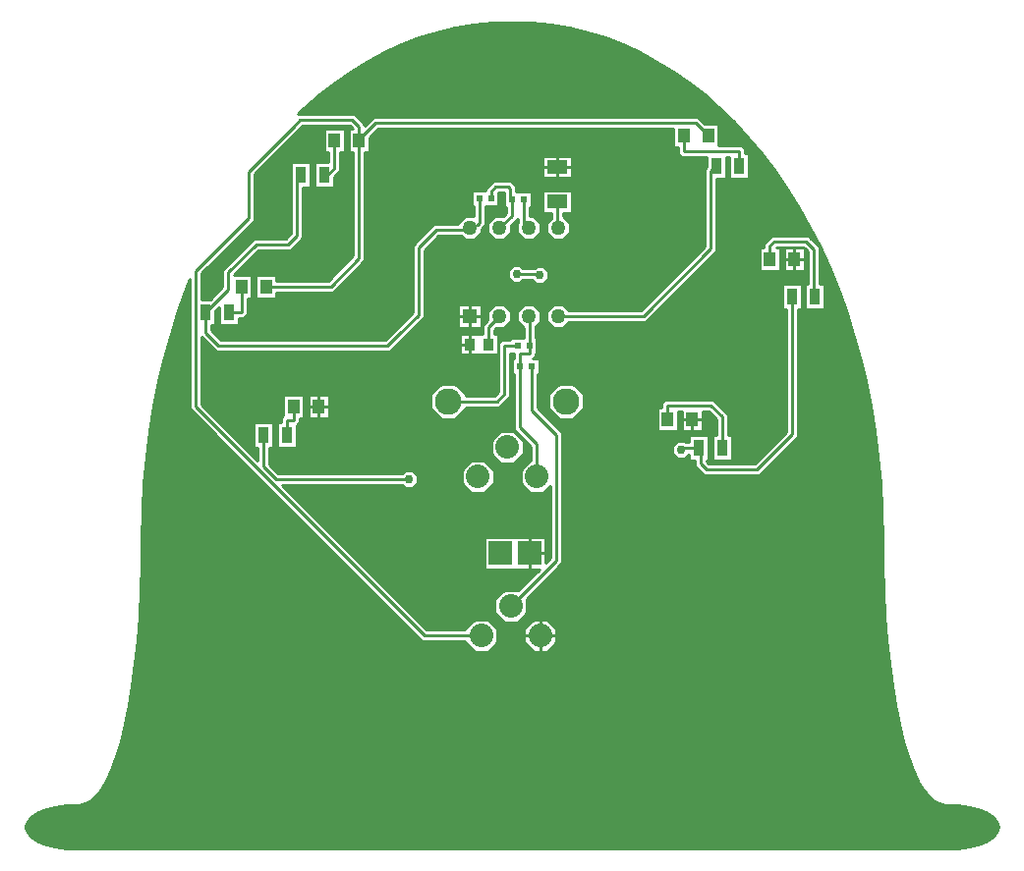
<source format=gbr>
G04 PROTEUS RS274X GERBER FILE*
%FSLAX45Y45*%
%MOMM*%
G01*
%ADD10C,0.254000*%
%ADD11C,0.762000*%
%ADD12C,2.032000*%
%ADD13R,1.270000X1.270000*%
%ADD14C,1.270000*%
%ADD15R,0.558800X0.609600*%
%ADD16R,0.939800X1.447800*%
%ADD17R,1.016000X1.270000*%
%ADD18R,2.032000X2.032000*%
%ADD19C,2.286000*%
%ADD70R,0.939800X0.990600*%
%ADD71R,1.803400X1.143000*%
%TD.AperFunction*%
G36*
X+166184Y-66592D02*
X+329572Y-83168D01*
X+490388Y-110507D01*
X+648362Y-148351D01*
X+803343Y-196462D01*
X+955177Y-254609D01*
X+1103683Y-322552D01*
X+1248704Y-400066D01*
X+1390050Y-486913D01*
X+1527562Y-582875D01*
X+1661018Y-687691D01*
X+1790283Y-801169D01*
X+1915088Y-923002D01*
X+2035306Y-1053009D01*
X+2150718Y-1190923D01*
X+2261124Y-1336491D01*
X+2366326Y-1489463D01*
X+2466145Y-1649608D01*
X+2560369Y-1816647D01*
X+2648807Y-1990334D01*
X+2731273Y-2170429D01*
X+2807558Y-2356639D01*
X+2877493Y-2548770D01*
X+2940861Y-2746494D01*
X+2997485Y-2949594D01*
X+3047176Y-3157818D01*
X+3089737Y-3370889D01*
X+3124983Y-3588557D01*
X+3152723Y-3810553D01*
X+3172769Y-4036632D01*
X+3184932Y-4266478D01*
X+3189041Y-4525250D01*
X+3191577Y-4735159D01*
X+3191599Y-4735836D01*
X+3199045Y-4962737D01*
X+3211216Y-5181714D01*
X+3211274Y-5182448D01*
X+3227868Y-5391099D01*
X+3248784Y-5589898D01*
X+3248894Y-5590725D01*
X+3273745Y-5777085D01*
X+3302554Y-5951730D01*
X+3302768Y-5952793D01*
X+3335020Y-6112875D01*
X+3335325Y-6114120D01*
X+3370997Y-6259658D01*
X+3410361Y-6391143D01*
X+3453132Y-6506640D01*
X+3499556Y-6605544D01*
X+3501436Y-6608572D01*
X+3550382Y-6687400D01*
X+3561640Y-6700071D01*
X+3605908Y-6749898D01*
X+3639003Y-6775664D01*
X+3673546Y-6794748D01*
X+3710822Y-6807038D01*
X+3724750Y-6810959D01*
X+3846426Y-6815748D01*
X+3934308Y-6829053D01*
X+4012264Y-6849899D01*
X+4077876Y-6876834D01*
X+4128900Y-6907906D01*
X+4165377Y-6942009D01*
X+4175593Y-6956282D01*
X+4183117Y-6971323D01*
X+4187032Y-6984579D01*
X+4187794Y-7000000D01*
X+4187032Y-7015421D01*
X+4183117Y-7028677D01*
X+4175593Y-7043718D01*
X+4165377Y-7057991D01*
X+4128900Y-7092094D01*
X+4077876Y-7123166D01*
X+4012264Y-7150101D01*
X+3934308Y-7170947D01*
X+3846426Y-7184252D01*
X+3724750Y-7189041D01*
X+44213Y-7189041D01*
X+0Y-7185266D01*
X-44213Y-7189041D01*
X-3724750Y-7189041D01*
X-3846426Y-7184252D01*
X-3934308Y-7170947D01*
X-4012264Y-7150101D01*
X-4077876Y-7123166D01*
X-4128900Y-7092094D01*
X-4165377Y-7057991D01*
X-4175593Y-7043718D01*
X-4183117Y-7028677D01*
X-4187032Y-7015421D01*
X-4187794Y-7000000D01*
X-4187032Y-6984579D01*
X-4183117Y-6971323D01*
X-4175593Y-6956282D01*
X-4165377Y-6942009D01*
X-4128900Y-6907906D01*
X-4077876Y-6876834D01*
X-4012264Y-6849899D01*
X-3934308Y-6829053D01*
X-3846426Y-6815748D01*
X-3724750Y-6810959D01*
X-3710822Y-6807038D01*
X-3673546Y-6794748D01*
X-3639003Y-6775664D01*
X-3605908Y-6749898D01*
X-3550382Y-6687400D01*
X-3499556Y-6605544D01*
X-3453132Y-6506640D01*
X-3410361Y-6391143D01*
X-3370997Y-6259658D01*
X-3335020Y-6112875D01*
X-3302554Y-5951730D01*
X-3273745Y-5777085D01*
X-3248784Y-5589898D01*
X-3227868Y-5391099D01*
X-3211216Y-5181714D01*
X-3199045Y-4962737D01*
X-3191577Y-4735159D01*
X-3189041Y-4525250D01*
X-3184932Y-4266478D01*
X-3172769Y-4036632D01*
X-3152723Y-3810553D01*
X-3124983Y-3588557D01*
X-3089737Y-3370889D01*
X-3047176Y-3157818D01*
X-2997485Y-2949594D01*
X-2940861Y-2746494D01*
X-2877493Y-2548770D01*
X-2807558Y-2356639D01*
X-2774058Y-2274867D01*
X-2774058Y-2429039D01*
X-2780284Y-2435265D01*
X-2780284Y-3397005D01*
X-776490Y-5400799D01*
X-403699Y-5400799D01*
X-403699Y-5407865D01*
X-321865Y-5489699D01*
X-206135Y-5489699D01*
X-124301Y-5407865D01*
X-124301Y-5292135D01*
X-206135Y-5210301D01*
X-321865Y-5210301D01*
X-403699Y-5292135D01*
X-403699Y-5299201D01*
X-734408Y-5299201D01*
X-1982310Y-4051299D01*
X-945963Y-4051299D01*
X-920563Y-4076699D01*
X-857437Y-4076699D01*
X-812801Y-4032063D01*
X-812801Y-3968937D01*
X-857437Y-3924301D01*
X-920563Y-3924301D01*
X-945963Y-3949701D01*
X-2010959Y-3949701D01*
X-2089201Y-3871459D01*
X-2089201Y-3730489D01*
X-2054911Y-3730489D01*
X-2054911Y-3509511D01*
X-2225089Y-3509511D01*
X-2225089Y-3730489D01*
X-2190799Y-3730489D01*
X-2190799Y-3842810D01*
X-2678686Y-3354923D01*
X-2678686Y-2772952D01*
X-2547798Y-2903840D01*
X-1052966Y-2903840D01*
X-754865Y-2605739D01*
X-754865Y-2027414D01*
X-631947Y-1904496D01*
X-437187Y-1904496D01*
X-402084Y-1939599D01*
X-317916Y-1939599D01*
X-258401Y-1880084D01*
X-258401Y-1840241D01*
X-229202Y-1811042D01*
X-229202Y-1790000D01*
X-229201Y-1648579D01*
X-113961Y-1648579D01*
X-113961Y-1533307D01*
X-66039Y-1533307D01*
X-66039Y-1658579D01*
X-50799Y-1658579D01*
X-50799Y-1710959D01*
X-76241Y-1736401D01*
X-148084Y-1736401D01*
X-207599Y-1795916D01*
X-207599Y-1880084D01*
X-148084Y-1939599D01*
X-63916Y-1939599D01*
X-4401Y-1880084D01*
X-4401Y-1808241D01*
X+49201Y-1754639D01*
X+49201Y-1793116D01*
X+46401Y-1795916D01*
X+46401Y-1880084D01*
X+105916Y-1939599D01*
X+190084Y-1939599D01*
X+249599Y-1880084D01*
X+249599Y-1795916D01*
X+190084Y-1736401D01*
X+150799Y-1736401D01*
X+150799Y-1658579D01*
X+166039Y-1658579D01*
X+166039Y-1521421D01*
X+35638Y-1521421D01*
X+35638Y-1476393D01*
X-9044Y-1431711D01*
X-163745Y-1431711D01*
X-230799Y-1498765D01*
X-230799Y-1511421D01*
X-346039Y-1511421D01*
X-346039Y-1648579D01*
X-330799Y-1648579D01*
X-330798Y-1736401D01*
X-402084Y-1736401D01*
X-461599Y-1795916D01*
X-461599Y-1802898D01*
X-674029Y-1802898D01*
X-856463Y-1985332D01*
X-856463Y-2563657D01*
X-1095048Y-2802242D01*
X-2505716Y-2802242D01*
X-2589201Y-2718757D01*
X-2589201Y-2670489D01*
X-2554911Y-2670489D01*
X-2554911Y-2546751D01*
X-2525089Y-2516929D01*
X-2525089Y-2670489D01*
X-2354911Y-2670489D01*
X-2354911Y-2610799D01*
X-2308959Y-2610799D01*
X-2279201Y-2581041D01*
X-2279201Y-2441599D01*
X-2241101Y-2441599D01*
X-2241101Y-2238401D01*
X-2393812Y-2238401D01*
X-2393812Y-2238129D01*
X-2183426Y-2027743D01*
X-1905356Y-2027743D01*
X-1800893Y-1923280D01*
X-1800893Y-1490489D01*
X-1734911Y-1490489D01*
X-1734911Y-1269511D01*
X-1905089Y-1269511D01*
X-1905089Y-1490489D01*
X-1902491Y-1490489D01*
X-1902491Y-1881198D01*
X-1947438Y-1926145D01*
X-2225508Y-1926145D01*
X-2495410Y-2196047D01*
X-2495410Y-2343570D01*
X-2601351Y-2449511D01*
X-2672460Y-2449511D01*
X-2672460Y-2228327D01*
X-2219201Y-1775068D01*
X-2219201Y-1371041D01*
X-1805118Y-956958D01*
X-1396484Y-956958D01*
X-1375041Y-978401D01*
X-1405539Y-978401D01*
X-1405539Y-1181599D01*
X-1367439Y-1181599D01*
X-1367439Y-2075599D01*
X-1581041Y-2289201D01*
X-2027741Y-2289201D01*
X-2027741Y-2238401D01*
X-2205539Y-2238401D01*
X-2205539Y-2441599D01*
X-2027741Y-2441599D01*
X-2027741Y-2390799D01*
X-1538959Y-2390799D01*
X-1265841Y-2117681D01*
X-1265841Y-1181599D01*
X-1227741Y-1181599D01*
X-1227741Y-1056296D01*
X-1152180Y-980735D01*
X+1391101Y-980735D01*
X+1391101Y-1141599D01*
X+1429201Y-1141599D01*
X+1429201Y-1193646D01*
X+1458959Y-1223404D01*
X+1674911Y-1223404D01*
X+1674911Y-1313249D01*
X+1664008Y-1324152D01*
X+1664008Y-1995721D01*
X+1110528Y-2549201D01*
X+494884Y-2549201D01*
X+444084Y-2498401D01*
X+359916Y-2498401D01*
X+300401Y-2557916D01*
X+300401Y-2642084D01*
X+359916Y-2701599D01*
X+444084Y-2701599D01*
X+494884Y-2650799D01*
X+1152610Y-2650799D01*
X+1765606Y-2037803D01*
X+1765606Y-1410489D01*
X+1845089Y-1410489D01*
X+1845089Y-1223404D01*
X+1874911Y-1223404D01*
X+1874911Y-1410489D01*
X+2045089Y-1410489D01*
X+2045089Y-1189511D01*
X+2010799Y-1189511D01*
X+2010799Y-1151564D01*
X+1981041Y-1121806D01*
X+1782259Y-1121806D01*
X+1782259Y-938401D01*
X+1663601Y-938401D01*
X+1604337Y-879137D01*
X-1194262Y-879137D01*
X-1265842Y-950717D01*
X-1265842Y-943920D01*
X-1354400Y-855362D01*
X-1845798Y-855362D01*
X-1790283Y-801169D01*
X-1661018Y-687691D01*
X-1527562Y-582875D01*
X-1390050Y-486913D01*
X-1248704Y-400066D01*
X-1103683Y-322552D01*
X-955177Y-254609D01*
X-803343Y-196462D01*
X-648362Y-148351D01*
X-490388Y-110507D01*
X-329572Y-83168D01*
X-166184Y-66592D01*
X+0Y-61702D01*
X+166184Y-66592D01*
G37*
%LPC*%
G36*
X+249599Y-2557916D02*
X+249599Y-2642084D01*
X+200799Y-2690884D01*
X+200799Y-2781421D01*
X+216039Y-2781421D01*
X+216039Y-2918579D01*
X+200799Y-2918579D01*
X+200799Y-2942041D01*
X+181419Y-2961421D01*
X+236039Y-2961421D01*
X+236039Y-3098579D01*
X+220799Y-3098579D01*
X+220799Y-3387459D01*
X+431799Y-3598459D01*
X+431799Y-4726041D01*
X+124702Y-5033138D01*
X+129699Y-5038135D01*
X+129699Y-5153865D01*
X+47865Y-5235699D01*
X-67865Y-5235699D01*
X-149699Y-5153865D01*
X-149699Y-5038135D01*
X-67865Y-4956301D01*
X+47865Y-4956301D01*
X+52862Y-4961298D01*
X+234461Y-4779699D01*
X-239699Y-4779699D01*
X-239699Y-4500301D01*
X+289699Y-4500301D01*
X+289699Y-4724461D01*
X+330201Y-4683959D01*
X+330201Y-4061363D01*
X+271865Y-4119699D01*
X+156135Y-4119699D01*
X+74301Y-4037865D01*
X+74301Y-3922135D01*
X+156135Y-3840301D01*
X+163202Y-3840301D01*
X+163202Y-3721042D01*
X+19201Y-3577041D01*
X+19201Y-3098579D01*
X+3961Y-3098579D01*
X+3961Y-2961421D01*
X+19201Y-2961421D01*
X+19201Y-2918579D01*
X-12702Y-2918579D01*
X-12702Y-3287542D01*
X-105959Y-3380799D01*
X-397601Y-3380799D01*
X-397601Y-3393126D01*
X-486874Y-3482399D01*
X-613126Y-3482399D01*
X-702399Y-3393126D01*
X-702399Y-3266874D01*
X-613126Y-3177601D01*
X-486874Y-3177601D01*
X-397601Y-3266874D01*
X-397601Y-3279201D01*
X-148041Y-3279201D01*
X-114298Y-3245458D01*
X-114298Y-2828959D01*
X-84540Y-2799201D01*
X-16039Y-2799201D01*
X-16039Y-2781421D01*
X+99201Y-2781421D01*
X+99201Y-2694884D01*
X+46401Y-2642084D01*
X+46401Y-2557916D01*
X+105916Y-2498401D01*
X+190084Y-2498401D01*
X+249599Y-2557916D01*
G37*
G36*
X-179699Y-3783865D02*
X-179699Y-3668135D01*
X-97865Y-3586301D01*
X+17865Y-3586301D01*
X+99699Y-3668135D01*
X+99699Y-3783865D01*
X+17865Y-3865699D01*
X-97865Y-3865699D01*
X-179699Y-3783865D01*
G37*
G36*
X-433699Y-4037865D02*
X-433699Y-3922135D01*
X-351865Y-3840301D01*
X-236135Y-3840301D01*
X-154301Y-3922135D01*
X-154301Y-4037865D01*
X-236135Y-4119699D01*
X-351865Y-4119699D01*
X-433699Y-4037865D01*
G37*
G36*
X+104301Y-5407865D02*
X+104301Y-5292135D01*
X+186135Y-5210301D01*
X+301865Y-5210301D01*
X+383699Y-5292135D01*
X+383699Y-5407865D01*
X+301865Y-5489699D01*
X+186135Y-5489699D01*
X+104301Y-5407865D01*
G37*
G36*
X-461599Y-2498401D02*
X-258401Y-2498401D01*
X-258401Y-2701599D01*
X-461599Y-2701599D01*
X-461599Y-2498401D01*
G37*
G36*
X-4401Y-2557916D02*
X-4401Y-2642084D01*
X-63916Y-2701599D01*
X-135759Y-2701599D01*
X-149201Y-2715041D01*
X-149201Y-2752371D01*
X-114911Y-2752371D01*
X-114911Y-2927629D01*
X-445089Y-2927629D01*
X-445089Y-2752371D01*
X-250799Y-2752371D01*
X-250799Y-2672959D01*
X-207599Y-2629759D01*
X-207599Y-2557916D01*
X-148084Y-2498401D01*
X-63916Y-2498401D01*
X-4401Y-2557916D01*
G37*
G36*
X+518269Y-1705249D02*
X+440799Y-1705249D01*
X+440799Y-1736401D01*
X+444084Y-1736401D01*
X+503599Y-1795916D01*
X+503599Y-1880084D01*
X+444084Y-1939599D01*
X+359916Y-1939599D01*
X+300401Y-1880084D01*
X+300401Y-1795916D01*
X+339201Y-1757116D01*
X+339201Y-1705249D01*
X+261731Y-1705249D01*
X+261731Y-1514751D01*
X+518269Y-1514751D01*
X+518269Y-1705249D01*
G37*
G36*
X-1441101Y-1181599D02*
X-1479201Y-1181599D01*
X-1479201Y-1343199D01*
X-1534911Y-1398909D01*
X-1534911Y-1490489D01*
X-1705089Y-1490489D01*
X-1705089Y-1269511D01*
X-1580799Y-1269511D01*
X-1580799Y-1181599D01*
X-1618899Y-1181599D01*
X-1618899Y-978401D01*
X-1441101Y-978401D01*
X-1441101Y-1181599D01*
G37*
G36*
X+2495089Y-2540489D02*
X+2460799Y-2540489D01*
X+2460799Y-3634690D01*
X+2130029Y-3965460D01*
X+1652344Y-3965460D01*
X+1575549Y-3888665D01*
X+1575549Y-3840489D01*
X+1524911Y-3840489D01*
X+1524911Y-3789851D01*
X+1492063Y-3822699D01*
X+1428937Y-3822699D01*
X+1384301Y-3778063D01*
X+1384301Y-3714937D01*
X+1428937Y-3670301D01*
X+1492063Y-3670301D01*
X+1500963Y-3679201D01*
X+1524911Y-3679201D01*
X+1524911Y-3619511D01*
X+1695089Y-3619511D01*
X+1695089Y-3840489D01*
X+1677147Y-3840489D01*
X+1677147Y-3846583D01*
X+1694426Y-3863862D01*
X+2087947Y-3863862D01*
X+2359201Y-3592608D01*
X+2359201Y-2540489D01*
X+2324911Y-2540489D01*
X+2324911Y-2319511D01*
X+2495089Y-2319511D01*
X+2495089Y-2540489D01*
G37*
G36*
X+2568889Y-1917049D02*
X+2650799Y-1998959D01*
X+2650799Y-2319511D01*
X+2695089Y-2319511D01*
X+2695089Y-2540489D01*
X+2524911Y-2540489D01*
X+2524911Y-2319511D01*
X+2549201Y-2319511D01*
X+2549201Y-2041041D01*
X+2522259Y-2014099D01*
X+2522259Y-2211599D01*
X+2344461Y-2211599D01*
X+2344461Y-2008401D01*
X+2516561Y-2008401D01*
X+2511928Y-2003768D01*
X+2279512Y-2003768D01*
X+2274879Y-2008401D01*
X+2308899Y-2008401D01*
X+2308899Y-2211599D01*
X+2131101Y-2211599D01*
X+2131101Y-2008401D01*
X+2169201Y-2008401D01*
X+2169201Y-1970399D01*
X+2237430Y-1902170D01*
X+2554010Y-1902170D01*
X+2568889Y-1917049D01*
G37*
G36*
X-1791101Y-3481599D02*
X-1829201Y-3481599D01*
X-1829201Y-3513541D01*
X-1854911Y-3539251D01*
X-1854911Y-3730489D01*
X-2025089Y-3730489D01*
X-2025089Y-3509511D01*
X-1990799Y-3509511D01*
X-1990799Y-3471459D01*
X-1968899Y-3449559D01*
X-1968899Y-3278401D01*
X-1791101Y-3278401D01*
X-1791101Y-3481599D01*
G37*
G36*
X+1750420Y-3329580D02*
X+1860799Y-3439959D01*
X+1860799Y-3619511D01*
X+1895089Y-3619511D01*
X+1895089Y-3840489D01*
X+1724911Y-3840489D01*
X+1724911Y-3619511D01*
X+1759201Y-3619511D01*
X+1759201Y-3482041D01*
X+1693459Y-3416299D01*
X+1642259Y-3416299D01*
X+1642259Y-3591599D01*
X+1464461Y-3591599D01*
X+1464461Y-3416299D01*
X+1428899Y-3416299D01*
X+1428899Y-3591599D01*
X+1251101Y-3591599D01*
X+1251101Y-3388401D01*
X+1289201Y-3388401D01*
X+1289201Y-3344459D01*
X+1318959Y-3314701D01*
X+1735541Y-3314701D01*
X+1750420Y-3329580D01*
G37*
G36*
X-1755539Y-3278401D02*
X-1577741Y-3278401D01*
X-1577741Y-3481599D01*
X-1755539Y-3481599D01*
X-1755539Y-3278401D01*
G37*
G36*
X+313601Y-3393126D02*
X+313601Y-3266874D01*
X+402874Y-3177601D01*
X+529126Y-3177601D01*
X+618399Y-3266874D01*
X+618399Y-3393126D01*
X+529126Y-3482399D01*
X+402874Y-3482399D01*
X+313601Y-3393126D01*
G37*
G36*
X+261731Y-1405249D02*
X+261731Y-1214751D01*
X+518269Y-1214751D01*
X+518269Y-1405249D01*
X+261731Y-1405249D01*
G37*
G36*
X+96963Y-2179201D02*
X+193037Y-2179201D01*
X+208437Y-2163801D01*
X+271563Y-2163801D01*
X+316199Y-2208437D01*
X+316199Y-2271563D01*
X+271563Y-2316199D01*
X+208437Y-2316199D01*
X+173037Y-2280799D01*
X+96963Y-2280799D01*
X+71563Y-2306199D01*
X+8437Y-2306199D01*
X-36199Y-2261563D01*
X-36199Y-2198437D01*
X+8437Y-2153801D01*
X+71563Y-2153801D01*
X+96963Y-2179201D01*
G37*
%LPD*%
D10*
X+0Y-1590000D02*
X+0Y-1732000D01*
X-106000Y-1838000D01*
X-106000Y-2600000D02*
X-200000Y-2694000D01*
X-200000Y-2840000D01*
X+70000Y-3030000D02*
X+70000Y-3556000D01*
X+214000Y-3700000D01*
X+214000Y-3980000D01*
X+150000Y-2850000D02*
X+150000Y-2921000D01*
X+70000Y-2921000D01*
X+70000Y-3030000D01*
X+150000Y-2850000D02*
X+150000Y-2602000D01*
X+148000Y-2600000D01*
X+402000Y-1838000D02*
X+390000Y-1826000D01*
X+390000Y-1610000D01*
X-889000Y-4000500D02*
X-2032000Y-4000500D01*
X-2140000Y-3892500D01*
X-2140000Y-3620000D01*
X+1460500Y-3746500D02*
X+1477000Y-3730000D01*
X+1610000Y-3730000D01*
X-550000Y-3330000D02*
X-127000Y-3330000D01*
X-63500Y-3266500D01*
X-63500Y-2850000D01*
X+50000Y-2850000D01*
X-10000Y-5096000D02*
X+381000Y-4705000D01*
X+381000Y-3619500D01*
X+170000Y-3408500D01*
X+170000Y-3030000D01*
X+1480000Y-1040000D02*
X+1480000Y-1172605D01*
X+1960000Y-1172605D01*
X+1960000Y-1300000D01*
X-2440000Y-2560000D02*
X-2330000Y-2560000D01*
X-2330000Y-2340000D01*
X-1940000Y-3620000D02*
X-1940000Y-3492500D01*
X-1880000Y-3492500D01*
X-1880000Y-3380000D01*
X+1340000Y-3490000D02*
X+1340000Y-3365500D01*
X+1714500Y-3365500D01*
X+1810000Y-3461000D01*
X+1810000Y-3730000D01*
X-1530000Y-1080000D02*
X-1530000Y-1322158D01*
X-1531210Y-1323368D01*
X-1580057Y-1372215D01*
X-1615334Y-1372215D01*
X-1620000Y-1380000D01*
X-1316640Y-1080000D02*
X-1316640Y-2096640D01*
X-1560000Y-2340000D01*
X-2101174Y-2340000D01*
X-2104700Y-2336474D01*
X-2116640Y-2340000D01*
X-280000Y-1580000D02*
X-280000Y-1790000D01*
X-296500Y-1806500D01*
X-360000Y-1838000D01*
X+100000Y-1590000D02*
X+100000Y-1790000D01*
X+148000Y-1838000D01*
X-180000Y-1580000D02*
X-180000Y-1519806D01*
X-142703Y-1482509D01*
X-30086Y-1482509D01*
X-15161Y-1497434D01*
X-15161Y-1569347D01*
X-7020Y-1577488D01*
X+0Y-1590000D01*
X+1693360Y-1040000D02*
X+1583296Y-929936D01*
X-1173221Y-929936D01*
X-1293285Y-1050000D01*
X-1310000Y-1050000D01*
X-1316640Y-1080000D01*
X+402000Y-2600000D02*
X+1131569Y-2600000D01*
X+1714807Y-2016762D01*
X+1714807Y-1345193D01*
X+1790000Y-1270000D01*
X+1760000Y-1300000D01*
X+2220000Y-2110000D02*
X+2220000Y-1991440D01*
X+2258471Y-1952969D01*
X+2532969Y-1952969D01*
X+2600000Y-2020000D01*
X+2600000Y-2386453D01*
X+2616074Y-2402527D01*
X+2610000Y-2430000D01*
X+2410000Y-2430000D02*
X+2410000Y-3613649D01*
X+2108988Y-3914661D01*
X+1673385Y-3914661D01*
X+1626348Y-3867624D01*
X+1626348Y-3749008D01*
X+1620213Y-3742873D01*
X+1610000Y-3730000D01*
X-2640000Y-2560000D02*
X-2640000Y-2739798D01*
X-2526757Y-2853041D01*
X-1074007Y-2853041D01*
X-972222Y-2751256D01*
X-805664Y-2584698D01*
X-805664Y-2006373D01*
X-652988Y-1853697D01*
X-375697Y-1853697D01*
X-360000Y-1838000D01*
X-2640000Y-2560000D02*
X-2444611Y-2364611D01*
X-2444611Y-2217088D01*
X-2204467Y-1976944D01*
X-1926397Y-1976944D01*
X-1851692Y-1902239D01*
X-1851692Y-1388636D01*
X-1833015Y-1369959D01*
X-1820000Y-1380000D01*
X-1316640Y-1080000D02*
X-1316640Y-964962D01*
X-1375442Y-906160D01*
X-1826160Y-906160D01*
X-1880000Y-960000D01*
X-2270000Y-1350000D01*
X-2270000Y-1754027D01*
X-2303040Y-1787067D01*
X-2723259Y-2207286D01*
X-2723259Y-2219739D01*
X-2723259Y-2450080D01*
X-2729485Y-2456306D01*
X-2729485Y-2727115D01*
X-264000Y-5350000D02*
X-755449Y-5350000D01*
X-2729485Y-3375964D01*
X-2729485Y-2727115D01*
X+40000Y-2230000D02*
X+206202Y-2230000D01*
X+240000Y-2240000D01*
D11*
X-889000Y-4000500D03*
X+1460500Y-3746500D03*
X+40000Y-2230000D03*
X+240000Y-2240000D03*
D10*
X+166184Y-66592D02*
X+329572Y-83168D01*
X+490388Y-110507D01*
X+648362Y-148351D01*
X+803343Y-196462D01*
X+955177Y-254609D01*
X+1103683Y-322552D01*
X+1248704Y-400066D01*
X+1390050Y-486913D01*
X+1527562Y-582875D01*
X+1661018Y-687691D01*
X+1790283Y-801169D01*
X+1915088Y-923002D01*
X+2035306Y-1053009D01*
X+2150718Y-1190923D01*
X+2261124Y-1336491D01*
X+2366326Y-1489463D01*
X+2466145Y-1649608D01*
X+2560369Y-1816647D01*
X+2648807Y-1990334D01*
X+2731273Y-2170429D01*
X+2807558Y-2356639D01*
X+2877493Y-2548770D01*
X+2940861Y-2746494D01*
X+2997485Y-2949594D01*
X+3047176Y-3157818D01*
X+3089737Y-3370889D01*
X+3124983Y-3588557D01*
X+3152723Y-3810553D01*
X+3172769Y-4036632D01*
X+3184932Y-4266478D01*
X+3189041Y-4525250D01*
X+3191577Y-4735159D01*
X+3191599Y-4735836D01*
X+3199045Y-4962737D01*
X+3211216Y-5181714D01*
X+3211274Y-5182448D01*
X+3227868Y-5391099D01*
X+3248784Y-5589898D01*
X+3248894Y-5590725D01*
X+3273745Y-5777085D01*
X+3302554Y-5951730D01*
X+3302768Y-5952793D01*
X+3335020Y-6112875D01*
X+3335325Y-6114120D01*
X+3370997Y-6259658D01*
X+3410361Y-6391143D01*
X+3453132Y-6506640D01*
X+3499556Y-6605544D01*
X+3501436Y-6608572D01*
X+3550382Y-6687400D01*
X+3561640Y-6700071D01*
X+3605908Y-6749898D01*
X+3639003Y-6775664D01*
X+3673546Y-6794748D01*
X+3710822Y-6807038D01*
X+3724750Y-6810959D01*
X+3846426Y-6815748D01*
X+3934308Y-6829053D01*
X+4012264Y-6849899D01*
X+4077876Y-6876834D01*
X+4128900Y-6907906D01*
X+4165377Y-6942009D01*
X+4175593Y-6956282D01*
X+4183117Y-6971323D01*
X+4187032Y-6984579D01*
X+4187794Y-7000000D01*
X+4187032Y-7015421D01*
X+4183117Y-7028677D01*
X+4175593Y-7043718D01*
X+4165377Y-7057991D01*
X+4128900Y-7092094D01*
X+4077876Y-7123166D01*
X+4012264Y-7150101D01*
X+3934308Y-7170947D01*
X+3846426Y-7184252D01*
X+3724750Y-7189041D01*
X+44213Y-7189041D01*
X+0Y-7185266D01*
X-44213Y-7189041D01*
X-3724750Y-7189041D01*
X-3846426Y-7184252D01*
X-3934308Y-7170947D01*
X-4012264Y-7150101D01*
X-4077876Y-7123166D01*
X-4128900Y-7092094D01*
X-4165377Y-7057991D01*
X-4175593Y-7043718D01*
X-4183117Y-7028677D01*
X-4187032Y-7015421D01*
X-4187794Y-7000000D01*
X-4187032Y-6984579D01*
X-4183117Y-6971323D01*
X-4175593Y-6956282D01*
X-4165377Y-6942009D01*
X-4128900Y-6907906D01*
X-4077876Y-6876834D01*
X-4012264Y-6849899D01*
X-3934308Y-6829053D01*
X-3846426Y-6815748D01*
X-3724750Y-6810959D01*
X-3710822Y-6807038D01*
X-3673546Y-6794748D01*
X-3639003Y-6775664D01*
X-3605908Y-6749898D01*
X-3550382Y-6687400D01*
X-3499556Y-6605544D01*
X-3453132Y-6506640D01*
X-3410361Y-6391143D01*
X-3370997Y-6259658D01*
X-3335020Y-6112875D01*
X-3302554Y-5951730D01*
X-3273745Y-5777085D01*
X-3248784Y-5589898D01*
X-3227868Y-5391099D01*
X-3211216Y-5181714D01*
X-3199045Y-4962737D01*
X-3191577Y-4735159D01*
X-3189041Y-4525250D01*
X-3184932Y-4266478D01*
X-3172769Y-4036632D01*
X-3152723Y-3810553D01*
X-3124983Y-3588557D01*
X-3089737Y-3370889D01*
X-3047176Y-3157818D01*
X-2997485Y-2949594D01*
X-2940861Y-2746494D01*
X-2877493Y-2548770D01*
X-2807558Y-2356639D01*
X-2774058Y-2274867D01*
X-2774058Y-2429039D01*
X-2780284Y-2435265D01*
X-2780284Y-3397005D01*
X-776490Y-5400799D01*
X-403699Y-5400799D01*
X-403699Y-5407865D01*
X-321865Y-5489699D01*
X-206135Y-5489699D01*
X-124301Y-5407865D01*
X-124301Y-5292135D01*
X-206135Y-5210301D01*
X-321865Y-5210301D01*
X-403699Y-5292135D01*
X-403699Y-5299201D01*
X-734408Y-5299201D01*
X-1982310Y-4051299D01*
X-945963Y-4051299D01*
X-920563Y-4076699D01*
X-857437Y-4076699D01*
X-812801Y-4032063D01*
X-812801Y-3968937D01*
X-857437Y-3924301D01*
X-920563Y-3924301D01*
X-945963Y-3949701D01*
X-2010959Y-3949701D01*
X-2089201Y-3871459D01*
X-2089201Y-3730489D01*
X-2054911Y-3730489D01*
X-2054911Y-3509511D01*
X-2225089Y-3509511D01*
X-2225089Y-3730489D01*
X-2190799Y-3730489D01*
X-2190799Y-3842810D01*
X-2678686Y-3354923D01*
X-2678686Y-2772952D01*
X-2547798Y-2903840D01*
X-1052966Y-2903840D01*
X-754865Y-2605739D01*
X-754865Y-2027414D01*
X-631947Y-1904496D01*
X-437187Y-1904496D01*
X-402084Y-1939599D01*
X-317916Y-1939599D01*
X-258401Y-1880084D01*
X-258401Y-1840241D01*
X-229202Y-1811042D01*
X-229202Y-1790000D01*
X-229201Y-1648579D01*
X-113961Y-1648579D01*
X-113961Y-1533307D01*
X-66039Y-1533307D01*
X-66039Y-1658579D01*
X-50799Y-1658579D01*
X-50799Y-1710959D01*
X-76241Y-1736401D01*
X-148084Y-1736401D01*
X-207599Y-1795916D01*
X-207599Y-1880084D01*
X-148084Y-1939599D01*
X-63916Y-1939599D01*
X-4401Y-1880084D01*
X-4401Y-1808241D01*
X+49201Y-1754639D01*
X+49201Y-1793116D01*
X+46401Y-1795916D01*
X+46401Y-1880084D01*
X+105916Y-1939599D01*
X+190084Y-1939599D01*
X+249599Y-1880084D01*
X+249599Y-1795916D01*
X+190084Y-1736401D01*
X+150799Y-1736401D01*
X+150799Y-1658579D01*
X+166039Y-1658579D01*
X+166039Y-1521421D01*
X+35638Y-1521421D01*
X+35638Y-1476393D01*
X-9044Y-1431711D01*
X-163745Y-1431711D01*
X-230799Y-1498765D01*
X-230799Y-1511421D01*
X-346039Y-1511421D01*
X-346039Y-1648579D01*
X-330799Y-1648579D01*
X-330798Y-1736401D01*
X-402084Y-1736401D01*
X-461599Y-1795916D01*
X-461599Y-1802898D01*
X-674029Y-1802898D01*
X-856463Y-1985332D01*
X-856463Y-2563657D01*
X-1095048Y-2802242D01*
X-2505716Y-2802242D01*
X-2589201Y-2718757D01*
X-2589201Y-2670489D01*
X-2554911Y-2670489D01*
X-2554911Y-2546751D01*
X-2525089Y-2516929D01*
X-2525089Y-2670489D01*
X-2354911Y-2670489D01*
X-2354911Y-2610799D01*
X-2308959Y-2610799D01*
X-2279201Y-2581041D01*
X-2279201Y-2441599D01*
X-2241101Y-2441599D01*
X-2241101Y-2238401D01*
X-2393812Y-2238401D01*
X-2393812Y-2238129D01*
X-2183426Y-2027743D01*
X-1905356Y-2027743D01*
X-1800893Y-1923280D01*
X-1800893Y-1490489D01*
X-1734911Y-1490489D01*
X-1734911Y-1269511D01*
X-1905089Y-1269511D01*
X-1905089Y-1490489D01*
X-1902491Y-1490489D01*
X-1902491Y-1881198D01*
X-1947438Y-1926145D01*
X-2225508Y-1926145D01*
X-2495410Y-2196047D01*
X-2495410Y-2343570D01*
X-2601351Y-2449511D01*
X-2672460Y-2449511D01*
X-2672460Y-2228327D01*
X-2219201Y-1775068D01*
X-2219201Y-1371041D01*
X-1805118Y-956958D01*
X-1396484Y-956958D01*
X-1375041Y-978401D01*
X-1405539Y-978401D01*
X-1405539Y-1181599D01*
X-1367439Y-1181599D01*
X-1367439Y-2075599D01*
X-1581041Y-2289201D01*
X-2027741Y-2289201D01*
X-2027741Y-2238401D01*
X-2205539Y-2238401D01*
X-2205539Y-2441599D01*
X-2027741Y-2441599D01*
X-2027741Y-2390799D01*
X-1538959Y-2390799D01*
X-1265841Y-2117681D01*
X-1265841Y-1181599D01*
X-1227741Y-1181599D01*
X-1227741Y-1056296D01*
X-1152180Y-980735D01*
X+1391101Y-980735D01*
X+1391101Y-1141599D01*
X+1429201Y-1141599D01*
X+1429201Y-1193646D01*
X+1458959Y-1223404D01*
X+1674911Y-1223404D01*
X+1674911Y-1313249D01*
X+1664008Y-1324152D01*
X+1664008Y-1995721D01*
X+1110528Y-2549201D01*
X+494884Y-2549201D01*
X+444084Y-2498401D01*
X+359916Y-2498401D01*
X+300401Y-2557916D01*
X+300401Y-2642084D01*
X+359916Y-2701599D01*
X+444084Y-2701599D01*
X+494884Y-2650799D01*
X+1152610Y-2650799D01*
X+1765606Y-2037803D01*
X+1765606Y-1410489D01*
X+1845089Y-1410489D01*
X+1845089Y-1223404D01*
X+1874911Y-1223404D01*
X+1874911Y-1410489D01*
X+2045089Y-1410489D01*
X+2045089Y-1189511D01*
X+2010799Y-1189511D01*
X+2010799Y-1151564D01*
X+1981041Y-1121806D01*
X+1782259Y-1121806D01*
X+1782259Y-938401D01*
X+1663601Y-938401D01*
X+1604337Y-879137D01*
X-1194262Y-879137D01*
X-1265842Y-950717D01*
X-1265842Y-943920D01*
X-1354400Y-855362D01*
X-1845798Y-855362D01*
X-1790283Y-801169D01*
X-1661018Y-687691D01*
X-1527562Y-582875D01*
X-1390050Y-486913D01*
X-1248704Y-400066D01*
X-1103683Y-322552D01*
X-955177Y-254609D01*
X-803343Y-196462D01*
X-648362Y-148351D01*
X-490388Y-110507D01*
X-329572Y-83168D01*
X-166184Y-66592D01*
X+0Y-61702D01*
X+166184Y-66592D01*
X+249599Y-2557916D02*
X+249599Y-2642084D01*
X+200799Y-2690884D01*
X+200799Y-2781421D01*
X+216039Y-2781421D01*
X+216039Y-2918579D01*
X+200799Y-2918579D01*
X+200799Y-2942041D01*
X+181419Y-2961421D01*
X+236039Y-2961421D01*
X+236039Y-3098579D01*
X+220799Y-3098579D01*
X+220799Y-3387459D01*
X+431799Y-3598459D01*
X+431799Y-4726041D01*
X+124702Y-5033138D01*
X+129699Y-5038135D01*
X+129699Y-5153865D01*
X+47865Y-5235699D01*
X-67865Y-5235699D01*
X-149699Y-5153865D01*
X-149699Y-5038135D01*
X-67865Y-4956301D01*
X+47865Y-4956301D01*
X+52862Y-4961298D01*
X+234461Y-4779699D01*
X-239699Y-4779699D01*
X-239699Y-4500301D01*
X+289699Y-4500301D01*
X+289699Y-4724461D01*
X+330201Y-4683959D01*
X+330201Y-4061363D01*
X+271865Y-4119699D01*
X+156135Y-4119699D01*
X+74301Y-4037865D01*
X+74301Y-3922135D01*
X+156135Y-3840301D01*
X+163202Y-3840301D01*
X+163202Y-3721042D01*
X+19201Y-3577041D01*
X+19201Y-3098579D01*
X+3961Y-3098579D01*
X+3961Y-2961421D01*
X+19201Y-2961421D01*
X+19201Y-2918579D01*
X-12702Y-2918579D01*
X-12702Y-3287542D01*
X-105959Y-3380799D01*
X-397601Y-3380799D01*
X-397601Y-3393126D01*
X-486874Y-3482399D01*
X-613126Y-3482399D01*
X-702399Y-3393126D01*
X-702399Y-3266874D01*
X-613126Y-3177601D01*
X-486874Y-3177601D01*
X-397601Y-3266874D01*
X-397601Y-3279201D01*
X-148041Y-3279201D01*
X-114298Y-3245458D01*
X-114298Y-2828959D01*
X-84540Y-2799201D01*
X-16039Y-2799201D01*
X-16039Y-2781421D01*
X+99201Y-2781421D01*
X+99201Y-2694884D01*
X+46401Y-2642084D01*
X+46401Y-2557916D01*
X+105916Y-2498401D01*
X+190084Y-2498401D01*
X+249599Y-2557916D01*
X-179699Y-3783865D02*
X-179699Y-3668135D01*
X-97865Y-3586301D01*
X+17865Y-3586301D01*
X+99699Y-3668135D01*
X+99699Y-3783865D01*
X+17865Y-3865699D01*
X-97865Y-3865699D01*
X-179699Y-3783865D01*
X-433699Y-4037865D02*
X-433699Y-3922135D01*
X-351865Y-3840301D01*
X-236135Y-3840301D01*
X-154301Y-3922135D01*
X-154301Y-4037865D01*
X-236135Y-4119699D01*
X-351865Y-4119699D01*
X-433699Y-4037865D01*
X+104301Y-5407865D02*
X+104301Y-5292135D01*
X+186135Y-5210301D01*
X+301865Y-5210301D01*
X+383699Y-5292135D01*
X+383699Y-5407865D01*
X+301865Y-5489699D01*
X+186135Y-5489699D01*
X+104301Y-5407865D01*
X-461599Y-2498401D02*
X-258401Y-2498401D01*
X-258401Y-2701599D01*
X-461599Y-2701599D01*
X-461599Y-2498401D01*
X-4401Y-2557916D02*
X-4401Y-2642084D01*
X-63916Y-2701599D01*
X-135759Y-2701599D01*
X-149201Y-2715041D01*
X-149201Y-2752371D01*
X-114911Y-2752371D01*
X-114911Y-2927629D01*
X-445089Y-2927629D01*
X-445089Y-2752371D01*
X-250799Y-2752371D01*
X-250799Y-2672959D01*
X-207599Y-2629759D01*
X-207599Y-2557916D01*
X-148084Y-2498401D01*
X-63916Y-2498401D01*
X-4401Y-2557916D01*
X+518269Y-1705249D02*
X+440799Y-1705249D01*
X+440799Y-1736401D01*
X+444084Y-1736401D01*
X+503599Y-1795916D01*
X+503599Y-1880084D01*
X+444084Y-1939599D01*
X+359916Y-1939599D01*
X+300401Y-1880084D01*
X+300401Y-1795916D01*
X+339201Y-1757116D01*
X+339201Y-1705249D01*
X+261731Y-1705249D01*
X+261731Y-1514751D01*
X+518269Y-1514751D01*
X+518269Y-1705249D01*
X-1441101Y-1181599D02*
X-1479201Y-1181599D01*
X-1479201Y-1343199D01*
X-1534911Y-1398909D01*
X-1534911Y-1490489D01*
X-1705089Y-1490489D01*
X-1705089Y-1269511D01*
X-1580799Y-1269511D01*
X-1580799Y-1181599D01*
X-1618899Y-1181599D01*
X-1618899Y-978401D01*
X-1441101Y-978401D01*
X-1441101Y-1181599D01*
X+2495089Y-2540489D02*
X+2460799Y-2540489D01*
X+2460799Y-3634690D01*
X+2130029Y-3965460D01*
X+1652344Y-3965460D01*
X+1575549Y-3888665D01*
X+1575549Y-3840489D01*
X+1524911Y-3840489D01*
X+1524911Y-3789851D01*
X+1492063Y-3822699D01*
X+1428937Y-3822699D01*
X+1384301Y-3778063D01*
X+1384301Y-3714937D01*
X+1428937Y-3670301D01*
X+1492063Y-3670301D01*
X+1500963Y-3679201D01*
X+1524911Y-3679201D01*
X+1524911Y-3619511D01*
X+1695089Y-3619511D01*
X+1695089Y-3840489D01*
X+1677147Y-3840489D01*
X+1677147Y-3846583D01*
X+1694426Y-3863862D01*
X+2087947Y-3863862D01*
X+2359201Y-3592608D01*
X+2359201Y-2540489D01*
X+2324911Y-2540489D01*
X+2324911Y-2319511D01*
X+2495089Y-2319511D01*
X+2495089Y-2540489D01*
X+2568889Y-1917049D02*
X+2650799Y-1998959D01*
X+2650799Y-2319511D01*
X+2695089Y-2319511D01*
X+2695089Y-2540489D01*
X+2524911Y-2540489D01*
X+2524911Y-2319511D01*
X+2549201Y-2319511D01*
X+2549201Y-2041041D01*
X+2522259Y-2014099D01*
X+2522259Y-2211599D01*
X+2344461Y-2211599D01*
X+2344461Y-2008401D01*
X+2516561Y-2008401D01*
X+2511928Y-2003768D01*
X+2279512Y-2003768D01*
X+2274879Y-2008401D01*
X+2308899Y-2008401D01*
X+2308899Y-2211599D01*
X+2131101Y-2211599D01*
X+2131101Y-2008401D01*
X+2169201Y-2008401D01*
X+2169201Y-1970399D01*
X+2237430Y-1902170D01*
X+2554010Y-1902170D01*
X+2568889Y-1917049D01*
X-1791101Y-3481599D02*
X-1829201Y-3481599D01*
X-1829201Y-3513541D01*
X-1854911Y-3539251D01*
X-1854911Y-3730489D01*
X-2025089Y-3730489D01*
X-2025089Y-3509511D01*
X-1990799Y-3509511D01*
X-1990799Y-3471459D01*
X-1968899Y-3449559D01*
X-1968899Y-3278401D01*
X-1791101Y-3278401D01*
X-1791101Y-3481599D01*
X+1750420Y-3329580D02*
X+1860799Y-3439959D01*
X+1860799Y-3619511D01*
X+1895089Y-3619511D01*
X+1895089Y-3840489D01*
X+1724911Y-3840489D01*
X+1724911Y-3619511D01*
X+1759201Y-3619511D01*
X+1759201Y-3482041D01*
X+1693459Y-3416299D01*
X+1642259Y-3416299D01*
X+1642259Y-3591599D01*
X+1464461Y-3591599D01*
X+1464461Y-3416299D01*
X+1428899Y-3416299D01*
X+1428899Y-3591599D01*
X+1251101Y-3591599D01*
X+1251101Y-3388401D01*
X+1289201Y-3388401D01*
X+1289201Y-3344459D01*
X+1318959Y-3314701D01*
X+1735541Y-3314701D01*
X+1750420Y-3329580D01*
X-1755539Y-3278401D02*
X-1577741Y-3278401D01*
X-1577741Y-3481599D01*
X-1755539Y-3481599D01*
X-1755539Y-3278401D01*
X+313601Y-3393126D02*
X+313601Y-3266874D01*
X+402874Y-3177601D01*
X+529126Y-3177601D01*
X+618399Y-3266874D01*
X+618399Y-3393126D01*
X+529126Y-3482399D01*
X+402874Y-3482399D01*
X+313601Y-3393126D01*
X+261731Y-1405249D02*
X+261731Y-1214751D01*
X+518269Y-1214751D01*
X+518269Y-1405249D01*
X+261731Y-1405249D01*
X+96963Y-2179201D02*
X+193037Y-2179201D01*
X+208437Y-2163801D01*
X+271563Y-2163801D01*
X+316199Y-2208437D01*
X+316199Y-2271563D01*
X+271563Y-2316199D01*
X+208437Y-2316199D01*
X+173037Y-2280799D01*
X+96963Y-2280799D01*
X+71563Y-2306199D01*
X+8437Y-2306199D01*
X-36199Y-2261563D01*
X-36199Y-2198437D01*
X+8437Y-2153801D01*
X+71563Y-2153801D01*
X+96963Y-2179201D01*
X+104301Y-5350000D02*
X+244000Y-5350000D01*
X+383699Y-5350000D02*
X+244000Y-5350000D01*
X+244000Y-5489699D02*
X+244000Y-5350000D01*
X+244000Y-5210301D02*
X+244000Y-5350000D01*
X-461599Y-2600000D02*
X-360000Y-2600000D01*
X-258401Y-2600000D02*
X-360000Y-2600000D01*
X-360000Y-2701599D02*
X-360000Y-2600000D01*
X-360000Y-2498401D02*
X-360000Y-2600000D01*
X+2344461Y-2110000D02*
X+2433360Y-2110000D01*
X+2522259Y-2110000D02*
X+2433360Y-2110000D01*
X+2433360Y-2211599D02*
X+2433360Y-2110000D01*
X+2433360Y-2008401D02*
X+2433360Y-2110000D01*
X-1755539Y-3380000D02*
X-1666640Y-3380000D01*
X-1577741Y-3380000D02*
X-1666640Y-3380000D01*
X-1666640Y-3481599D02*
X-1666640Y-3380000D01*
X-1666640Y-3278401D02*
X-1666640Y-3380000D01*
X+1464461Y-3490000D02*
X+1553360Y-3490000D01*
X+1642259Y-3490000D02*
X+1553360Y-3490000D01*
X+1553360Y-3591599D02*
X+1553360Y-3490000D01*
X+150000Y-4779699D02*
X+150000Y-4640000D01*
X+150000Y-4500301D02*
X+150000Y-4640000D01*
X+289699Y-4640000D02*
X+150000Y-4640000D01*
X-445089Y-2840000D02*
X-360000Y-2840000D01*
X-360000Y-2752371D02*
X-360000Y-2840000D01*
X-360000Y-2927629D02*
X-360000Y-2840000D01*
X+390000Y-1405249D02*
X+390000Y-1310000D01*
X+390000Y-1214751D02*
X+390000Y-1310000D01*
X+518269Y-1310000D02*
X+390000Y-1310000D01*
X+261731Y-1310000D02*
X+390000Y-1310000D01*
D12*
X+214000Y-3980000D03*
X-40000Y-3726000D03*
X-294000Y-3980000D03*
X+244000Y-5350000D03*
X-10000Y-5096000D03*
X-264000Y-5350000D03*
D13*
X-360000Y-2600000D03*
D14*
X-106000Y-2600000D03*
X+148000Y-2600000D03*
X+402000Y-2600000D03*
X+402000Y-1838000D03*
X+148000Y-1838000D03*
X-106000Y-1838000D03*
X-360000Y-1838000D03*
D15*
X-280000Y-1580000D03*
X-180000Y-1580000D03*
X+0Y-1590000D03*
X+100000Y-1590000D03*
X+50000Y-2850000D03*
X+150000Y-2850000D03*
X+70000Y-3030000D03*
X+170000Y-3030000D03*
D16*
X-1820000Y-1380000D03*
X-1620000Y-1380000D03*
X+1760000Y-1300000D03*
X+1960000Y-1300000D03*
X-2640000Y-2560000D03*
X-2440000Y-2560000D03*
X+2410000Y-2430000D03*
X+2610000Y-2430000D03*
X-2140000Y-3620000D03*
X-1940000Y-3620000D03*
X+1610000Y-3730000D03*
X+1810000Y-3730000D03*
D17*
X-1530000Y-1080000D03*
X-1316640Y-1080000D03*
X+1480000Y-1040000D03*
X+1693360Y-1040000D03*
X-2330000Y-2340000D03*
X-2116640Y-2340000D03*
X+2220000Y-2110000D03*
X+2433360Y-2110000D03*
X-1880000Y-3380000D03*
X-1666640Y-3380000D03*
X+1340000Y-3490000D03*
X+1553360Y-3490000D03*
D18*
X-100000Y-4640000D03*
X+150000Y-4640000D03*
D19*
X+466000Y-3330000D03*
X-550000Y-3330000D03*
D70*
X-200000Y-2840000D03*
X-360000Y-2840000D03*
D71*
X+390000Y-1610000D03*
X+390000Y-1310000D03*
M02*

</source>
